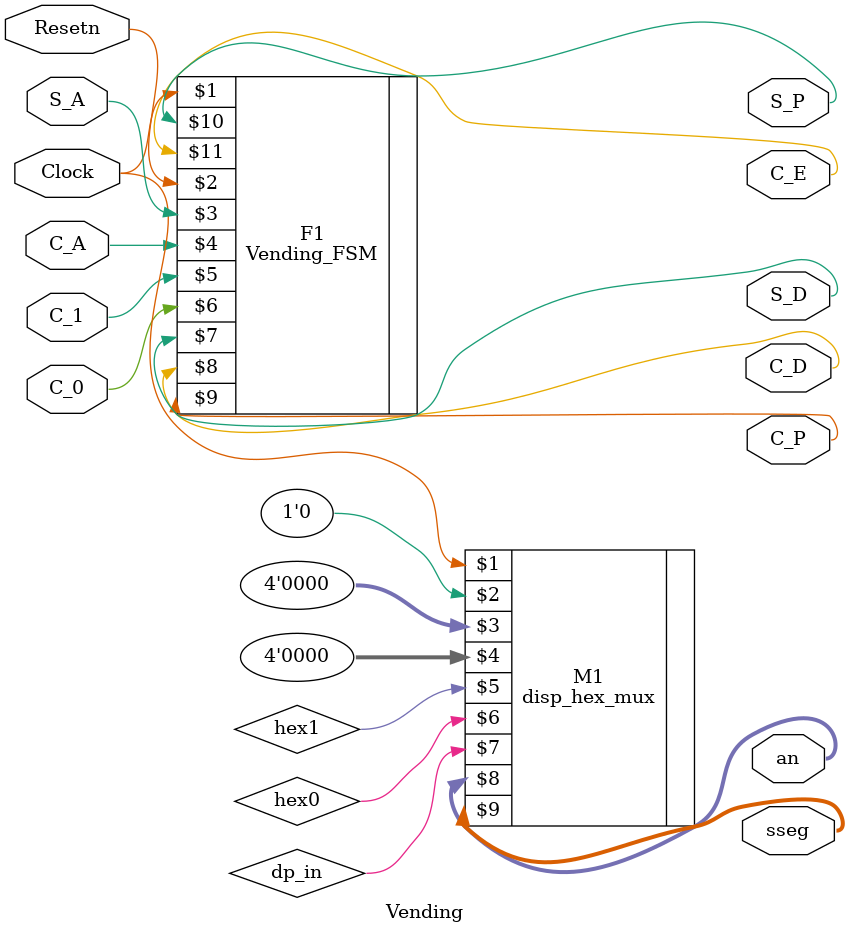
<source format=v>

module Vending(Clock,Resetn,S_A,C_A,C_1,C_0,S_D,C_D,C_P,S_P,C_E,sseg,an);
input wire Clock,Resetn,S_A,C_A,C_1,C_0;
output wire S_D,C_D,C_P,S_P,C_E;
output wire [7:0]sseg;
output wire [3:0]an;

//sseg_display D1(Clock,S_D,C_D,C_P,S_P,C_E,sseg,an);
Vending_FSM F1(Clock, Resetn,S_A,C_A,C_1,C_0,S_D,C_D,C_P,S_P,C_E);
disp_hex_mux M1(Clock, 1'b0 , 4'b0000, 4'b0000 , hex1 , hex0 , dp_in ,an , sseg );

endmodule

</source>
